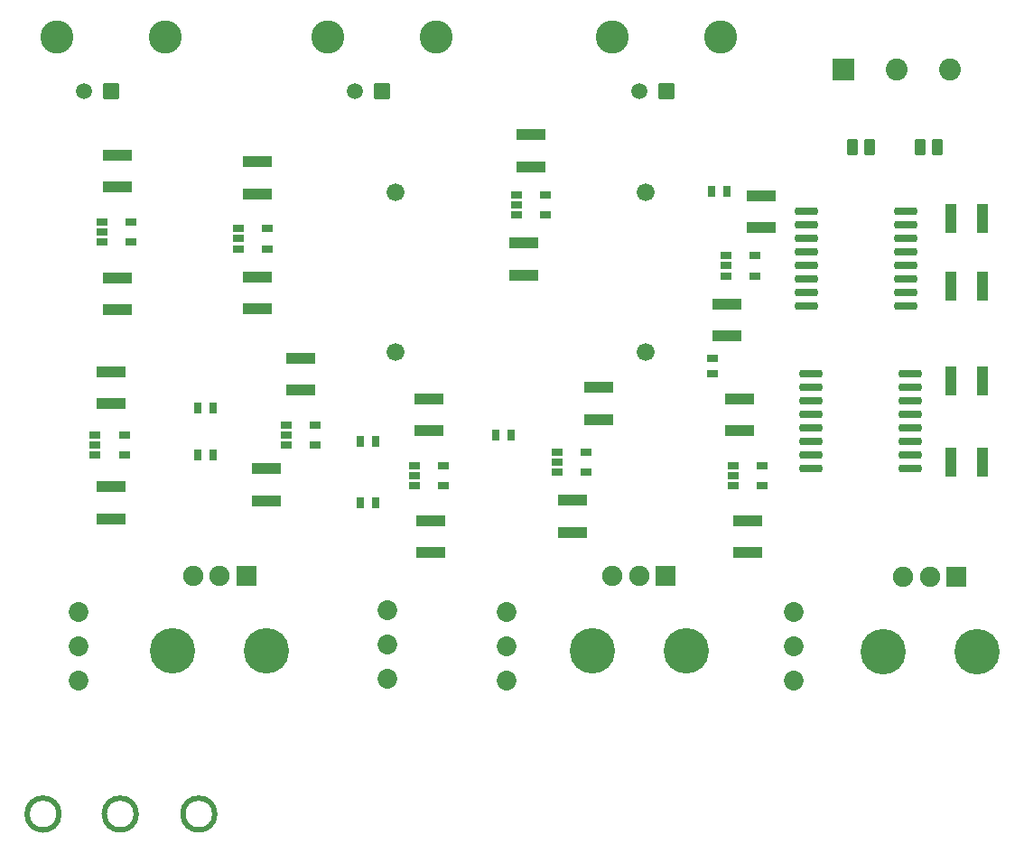
<source format=gbr>
%TF.GenerationSoftware,KiCad,Pcbnew,7.0.9*%
%TF.CreationDate,2024-05-07T07:23:08+02:00*%
%TF.ProjectId,ElectronicDuffing,456c6563-7472-46f6-9e69-634475666669,v 1.1*%
%TF.SameCoordinates,Original*%
%TF.FileFunction,Soldermask,Top*%
%TF.FilePolarity,Negative*%
%FSLAX46Y46*%
G04 Gerber Fmt 4.6, Leading zero omitted, Abs format (unit mm)*
G04 Created by KiCad (PCBNEW 7.0.9) date 2024-05-07 07:23:08*
%MOMM*%
%LPD*%
G01*
G04 APERTURE LIST*
G04 Aperture macros list*
%AMRoundRect*
0 Rectangle with rounded corners*
0 $1 Rounding radius*
0 $2 $3 $4 $5 $6 $7 $8 $9 X,Y pos of 4 corners*
0 Add a 4 corners polygon primitive as box body*
4,1,4,$2,$3,$4,$5,$6,$7,$8,$9,$2,$3,0*
0 Add four circle primitives for the rounded corners*
1,1,$1+$1,$2,$3*
1,1,$1+$1,$4,$5*
1,1,$1+$1,$6,$7*
1,1,$1+$1,$8,$9*
0 Add four rect primitives between the rounded corners*
20,1,$1+$1,$2,$3,$4,$5,0*
20,1,$1+$1,$4,$5,$6,$7,0*
20,1,$1+$1,$6,$7,$8,$9,0*
20,1,$1+$1,$8,$9,$2,$3,0*%
G04 Aperture macros list end*
%ADD10C,0.500000*%
%ADD11RoundRect,0.050800X-1.320000X0.420000X-1.320000X-0.420000X1.320000X-0.420000X1.320000X0.420000X0*%
%ADD12RoundRect,0.200800X-0.875000X-0.150000X0.875000X-0.150000X0.875000X0.150000X-0.875000X0.150000X0*%
%ADD13RoundRect,0.050800X-0.488950X-0.254000X0.488950X-0.254000X0.488950X0.254000X-0.488950X0.254000X0*%
%ADD14RoundRect,0.050800X-0.975000X-0.975000X0.975000X-0.975000X0.975000X0.975000X-0.975000X0.975000X0*%
%ADD15C,2.051600*%
%ADD16RoundRect,0.050800X-0.325000X-0.450000X0.325000X-0.450000X0.325000X0.450000X-0.325000X0.450000X0*%
%ADD17RoundRect,0.050800X0.325000X0.450000X-0.325000X0.450000X-0.325000X-0.450000X0.325000X-0.450000X0*%
%ADD18RoundRect,0.050800X-0.700000X-0.700000X0.700000X-0.700000X0.700000X0.700000X-0.700000X0.700000X0*%
%ADD19C,1.501600*%
%ADD20C,3.101600*%
%ADD21C,1.851600*%
%ADD22RoundRect,0.050800X0.420000X1.320000X-0.420000X1.320000X-0.420000X-1.320000X0.420000X-1.320000X0*%
%ADD23C,1.676600*%
%ADD24RoundRect,0.050800X0.455000X0.695000X-0.455000X0.695000X-0.455000X-0.695000X0.455000X-0.695000X0*%
%ADD25RoundRect,0.050800X-0.420000X-1.320000X0.420000X-1.320000X0.420000X1.320000X-0.420000X1.320000X0*%
%ADD26RoundRect,0.050800X0.450000X-0.325000X0.450000X0.325000X-0.450000X0.325000X-0.450000X-0.325000X0*%
%ADD27RoundRect,0.050800X0.900000X0.900000X-0.900000X0.900000X-0.900000X-0.900000X0.900000X-0.900000X0*%
%ADD28C,1.901600*%
%ADD29C,4.256600*%
G04 APERTURE END LIST*
D10*
X48490000Y-154940000D02*
G75*
G03*
X48490000Y-154940000I-1500000J0D01*
G01*
X55725475Y-154940000D02*
G75*
G03*
X55725475Y-154940000I-1500000J0D01*
G01*
X63095000Y-154940000D02*
G75*
G03*
X63095000Y-154940000I-1500000J0D01*
G01*
D11*
%TO.C,C6*%
X83185000Y-115975000D03*
X83185000Y-118975000D03*
%TD*%
D12*
%TO.C,U5*%
X118970000Y-113665000D03*
X118970000Y-114935000D03*
X118970000Y-116205000D03*
X118970000Y-117475000D03*
X118970000Y-118745000D03*
X118970000Y-120015000D03*
X118970000Y-121285000D03*
X118970000Y-122555000D03*
X128270000Y-122555000D03*
X128270000Y-121285000D03*
X128270000Y-120015000D03*
X128270000Y-118745000D03*
X128270000Y-117475000D03*
X128270000Y-116205000D03*
X128270000Y-114935000D03*
X128270000Y-113665000D03*
%TD*%
D13*
%TO.C,U2*%
X95154750Y-120969999D03*
X95154750Y-121920000D03*
X95154750Y-122870001D03*
X97885250Y-122870001D03*
X97885250Y-120969999D03*
%TD*%
D14*
%TO.C,J4*%
X122025000Y-85090000D03*
D15*
X127025000Y-85090000D03*
X132025000Y-85090000D03*
%TD*%
D16*
%TO.C,R2*%
X76745000Y-120015000D03*
X78195000Y-120015000D03*
%TD*%
%TO.C,R7*%
X109675000Y-96520000D03*
X111125000Y-96520000D03*
%TD*%
%TO.C,R5*%
X89445000Y-119380000D03*
X90895000Y-119380000D03*
%TD*%
D17*
%TO.C,R4*%
X62955000Y-116840000D03*
X61505000Y-116840000D03*
%TD*%
D18*
%TO.C,J3*%
X105410000Y-87120000D03*
D19*
X102870000Y-87120000D03*
D20*
X110490000Y-82040000D03*
X100330000Y-82040000D03*
%TD*%
D11*
%TO.C,C17*%
X92710000Y-91210000D03*
X92710000Y-94210000D03*
%TD*%
D21*
%TO.C,S4*%
X79248000Y-135840000D03*
X79248000Y-139040000D03*
X79248000Y-142240000D03*
%TD*%
D18*
%TO.C,J1*%
X53340000Y-87120000D03*
D19*
X50800000Y-87120000D03*
D20*
X58420000Y-82040000D03*
X48260000Y-82040000D03*
%TD*%
D13*
%TO.C,U1*%
X69754750Y-118429999D03*
X69754750Y-119380000D03*
X69754750Y-120330001D03*
X72485250Y-120330001D03*
X72485250Y-118429999D03*
%TD*%
D22*
%TO.C,C11*%
X135080000Y-99060000D03*
X132080000Y-99060000D03*
%TD*%
D17*
%TO.C,R1*%
X62955000Y-121285000D03*
X61505000Y-121285000D03*
%TD*%
D21*
%TO.C,S3*%
X117348000Y-135992000D03*
X117348000Y-139192000D03*
X117348000Y-142392000D03*
%TD*%
D23*
%TO.C,C2*%
X103505000Y-111640000D03*
X103505000Y-96640000D03*
%TD*%
D13*
%TO.C,U11*%
X52530050Y-99379999D03*
X52530050Y-100330000D03*
X52530050Y-101280001D03*
X55260550Y-101280001D03*
X55260550Y-99379999D03*
%TD*%
D21*
%TO.C,S1*%
X50292000Y-135992000D03*
X50292000Y-139192000D03*
X50292000Y-142392000D03*
%TD*%
D11*
%TO.C,C14*%
X53975000Y-93115000D03*
X53975000Y-96115000D03*
%TD*%
%TO.C,C19*%
X71120000Y-112165000D03*
X71120000Y-115165000D03*
%TD*%
D23*
%TO.C,C1*%
X80010000Y-96640000D03*
X80010000Y-111640000D03*
%TD*%
D13*
%TO.C,U10*%
X65309750Y-100014999D03*
X65309750Y-100965000D03*
X65309750Y-101915001D03*
X68040250Y-101915001D03*
X68040250Y-100014999D03*
%TD*%
D11*
%TO.C,C7*%
X113030000Y-127405000D03*
X113030000Y-130405000D03*
%TD*%
%TO.C,C21*%
X99060000Y-114935000D03*
X99060000Y-117935000D03*
%TD*%
D24*
%TO.C,C28*%
X124485000Y-92384000D03*
X122845000Y-92384000D03*
%TD*%
D11*
%TO.C,C4*%
X53340000Y-113430000D03*
X53340000Y-116430000D03*
%TD*%
%TO.C,C24*%
X114300000Y-96925000D03*
X114300000Y-99925000D03*
%TD*%
D21*
%TO.C,S2*%
X90424000Y-135992000D03*
X90424000Y-139192000D03*
X90424000Y-142392000D03*
%TD*%
D13*
%TO.C,U8*%
X111664750Y-122239999D03*
X111664750Y-123190000D03*
X111664750Y-124140001D03*
X114395250Y-124140001D03*
X114395250Y-122239999D03*
%TD*%
%TO.C,U7*%
X81819750Y-122239999D03*
X81819750Y-123190000D03*
X81819750Y-124140001D03*
X84550250Y-124140001D03*
X84550250Y-122239999D03*
%TD*%
%TO.C,U6*%
X51879550Y-119379999D03*
X51879550Y-120330000D03*
X51879550Y-121280001D03*
X54610050Y-121280001D03*
X54610050Y-119379999D03*
%TD*%
D24*
%TO.C,C29*%
X130835000Y-92384000D03*
X129195000Y-92384000D03*
%TD*%
D11*
%TO.C,C22*%
X96654800Y-125500000D03*
X96654800Y-128500000D03*
%TD*%
%TO.C,C5*%
X83319700Y-127405000D03*
X83319700Y-130405000D03*
%TD*%
D18*
%TO.C,J2*%
X78740000Y-87120000D03*
D19*
X76200000Y-87120000D03*
D20*
X83820000Y-82040000D03*
X73660000Y-82040000D03*
%TD*%
D25*
%TO.C,C12*%
X132080000Y-105410000D03*
X135080000Y-105410000D03*
%TD*%
D11*
%TO.C,C8*%
X112268000Y-115975000D03*
X112268000Y-118975000D03*
%TD*%
D26*
%TO.C,R6*%
X109728000Y-113665000D03*
X109728000Y-112215000D03*
%TD*%
D11*
%TO.C,C13*%
X53975000Y-104648000D03*
X53975000Y-107648000D03*
%TD*%
%TO.C,C20*%
X67945000Y-122555000D03*
X67945000Y-125555000D03*
%TD*%
D22*
%TO.C,C10*%
X135080000Y-114300000D03*
X132080000Y-114300000D03*
%TD*%
D25*
%TO.C,C9*%
X132080000Y-121920000D03*
X135080000Y-121920000D03*
%TD*%
D27*
%TO.C,P1*%
X66045000Y-132630000D03*
D28*
X63545000Y-132630000D03*
X61045000Y-132630000D03*
D29*
X67945000Y-139630000D03*
X59145000Y-139630000D03*
%TD*%
D16*
%TO.C,R3*%
X76745000Y-125730000D03*
X78195000Y-125730000D03*
%TD*%
D11*
%TO.C,C18*%
X92075000Y-101370000D03*
X92075000Y-104370000D03*
%TD*%
%TO.C,C15*%
X67080000Y-93750000D03*
X67080000Y-96750000D03*
%TD*%
%TO.C,C3*%
X53340000Y-124230000D03*
X53340000Y-127230000D03*
%TD*%
D27*
%TO.C,P2*%
X105370000Y-132630000D03*
D28*
X102870000Y-132630000D03*
X100370000Y-132630000D03*
D29*
X107270000Y-139630000D03*
X98470000Y-139630000D03*
%TD*%
D13*
%TO.C,U9*%
X91344750Y-96839999D03*
X91344750Y-97790000D03*
X91344750Y-98740001D03*
X94075250Y-98740001D03*
X94075250Y-96839999D03*
%TD*%
D27*
%TO.C,P3*%
X132635000Y-132700000D03*
D28*
X130135000Y-132700000D03*
X127635000Y-132700000D03*
D29*
X134535000Y-139700000D03*
X125735000Y-139700000D03*
%TD*%
D11*
%TO.C,C16*%
X67080000Y-104545000D03*
X67080000Y-107545000D03*
%TD*%
D12*
%TO.C,U4*%
X118540000Y-98425000D03*
X118540000Y-99695000D03*
X118540000Y-100965000D03*
X118540000Y-102235000D03*
X118540000Y-103505000D03*
X118540000Y-104775000D03*
X118540000Y-106045000D03*
X118540000Y-107315000D03*
X127840000Y-107315000D03*
X127840000Y-106045000D03*
X127840000Y-104775000D03*
X127840000Y-103505000D03*
X127840000Y-102235000D03*
X127840000Y-100965000D03*
X127840000Y-99695000D03*
X127840000Y-98425000D03*
%TD*%
D13*
%TO.C,U3*%
X111029750Y-102554999D03*
X111029750Y-103505000D03*
X111029750Y-104455001D03*
X113760250Y-104455001D03*
X113760250Y-102554999D03*
%TD*%
D11*
%TO.C,C23*%
X111125000Y-107085000D03*
X111125000Y-110085000D03*
%TD*%
M02*

</source>
